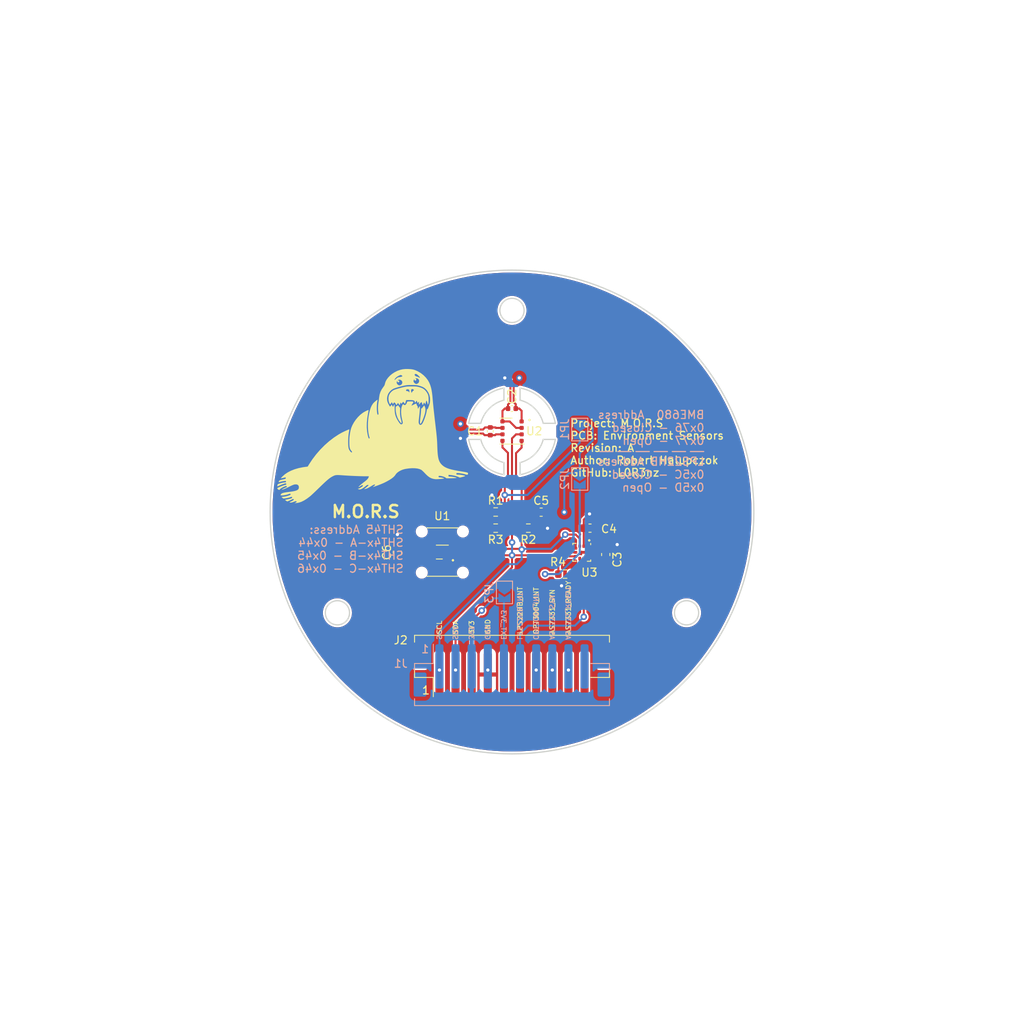
<source format=kicad_pcb>
(kicad_pcb (version 20221018) (generator pcbnew)
  (title_block (title "Enviroment Sensors") (date "2023-08-05") (rev "A"))
  (layers (0 "F.Cu" signal) (31 "B.Cu" signal) (34 "B.Paste" user) (35 "F.Paste" user) (36 "B.SilkS" user "B.Silkscreen") (37 "F.SilkS" user "F.Silkscreen") (38 "B.Mask" user) (39 "F.Mask" user) (44 "Edge.Cuts" user))
  (net 0 "")
  (net 1 "+3.3V")
  (net 2 "GND")
  (net 3 "I2C_SCL")
  (net 4 "I2C_SDA")
  (net 5 "LPS22HB_INT")
  (net 6 "Net-(JP1-B)")
  (net 7 "Net-(JP2-B)")
  (net 8 "EXT_3V3")
  (net 9 "EXT_OPT3004_INT")
  (net 10 "EXT_AS7331_SYN")
  (net 11 "EXT_AS7331_READY")
  (footprint "FIL_SF2_FILTER_CAP:FIL_SF2_FILTER_CAP" (layer "F.Cu") (at 126.655 90.5)
    (fp_text reference "FL1" hide)
    (fp_text value "Sht45 Filter" hide)
  )
  (footprint "Package_LGA:ST_HLGA-10_2x2mm_P0.5mm_LayoutBorder3x2y" (layer "F.Cu") (at 143.945 90.53 -90)
    (fp_text reference "U3")
    (fp_text value "LPS22HB")
  )
  (footprint "Connector_JST:JST_PH_B10B-PH-SM4-TB_1x10-1MP_P2.00mm_Vertical" (layer "F.Cu") (at 135.294999 105.185407)
    (fp_text reference "J2")
    (fp_text value "Conn_01x10_Pin")
  )
  (footprint "Capacitor_SMD:C_0603_1608Metric" (layer "F.Cu") (at 138.915 85.55)
    (fp_text reference "C5")
    (fp_text value "100n")
  )
  (footprint "Capacitor_SMD:C_0603_1608Metric" (layer "F.Cu") (at 144.97 87.53)
    (fp_text reference "C4")
    (fp_text value "4.7uF")
  )
  (footprint "Capacitor_SMD:C_0603_1608Metric" (layer "F.Cu") (at 146.92 90.805 -90)
    (fp_text reference "C3")
    (fp_text value "100n")
  )
  (footprint "Capacitor_SMD:C_0402_1005Metric" (layer "F.Cu") (at 135.28 72.7)
    (fp_text reference "C2")
    (fp_text value "100n")
  )
  (footprint "Resistor_SMD:R_0603_1608Metric" (layer "F.Cu") (at 133.27 87.53 180)
    (fp_text reference "R3")
    (fp_text value "4.7k")
  )
  (footprint "Resistor_SMD:R_0603_1608Metric" (layer "F.Cu") (at 133.27 85.53)
    (fp_text reference "R1")
    (fp_text value "10k")
  )
  (footprint "Package_LGA:Bosch_LGA-8_3x3mm_P0.8mm_ClockwisePinNumbering" (layer "F.Cu") (at 135.3 75.5 -90)
    (fp_text reference "U2")
    (fp_text value "BME680")
  )
  (footprint "Capacitor_SMD:C_0603_1608Metric" (layer "F.Cu") (at 121.08 90.525 -90)
    (fp_text reference "C6")
    (fp_text value "100n")
  )
  (footprint "Resistor_SMD:R_0603_1608Metric" (layer "F.Cu") (at 137.32 87.53 180)
    (fp_text reference "R2")
    (fp_text value "4.7k")
  )
  (footprint "Resistor_SMD:R_0603_1608Metric" (layer "F.Cu") (at 141.87 93.23 180)
    (fp_text reference "R4")
    (fp_text value "10k")
  )
  (footprint "Sensor_Humidity:Sensirion_DFN-4_1.5x1.5mm_P0.8mm_SHT4x_NoCentralPad" (layer "F.Cu") (at 126.655 90.5 180)
    (fp_text reference "U1")
    (fp_text value "SHT4x")
  )
  (footprint "Capacitor_SMD:C_0402_1005Metric" (layer "F.Cu") (at 132.6 75.52 90)
    (fp_text reference "C1")
    (fp_text value "100n")
  )
  (footprint "MORS_logo:MORS_logo" (layer "F.Cu") (at 123.155 80.04)
    (fp_text reference "REF**")
    (fp_text value "MORS_logo" hide)
  )
  (footprint "Jumper:SolderJumper-2_P1.3mm_Open_TrianglePad1.0x1.5mm" (layer "B.Cu") (at 134.36 95.504 -90)
    (fp_text reference "JP3")
    (fp_text value "SolderJumper_2_Open" hide)
  )
  (footprint "Jumper:SolderJumper-2_P1.3mm_Open_TrianglePad1.0x1.5mm" (layer "B.Cu") (at 143.695 75.305 -90)
    (fp_text reference "JP1")
    (fp_text value "SolderJumper_2_Open" hide)
  )
  (footprint "Connector_JST:JST_PH_B10B-PH-SM4-TB_1x10-1MP_P2.00mm_Vertical" (layer "B.Cu") (at 135.295 105.18)
    (fp_text reference "J1")
    (fp_text value "Conn_01x10_Pin")
  )
  (footprint "Jumper:SolderJumper-2_P1.3mm_Open_TrianglePad1.0x1.5mm" (layer "B.Cu") (at 143.695 81.43 -90)
    (fp_text reference "JP2")
    (fp_text value "SolderJumper_2_Open" hide)
  )
  (gr_line (start 159.07 78.03) (end 145.62 78.03) (stroke (width 0.15) (type dash)) (layer "B.SilkS"))
  (gr_line locked (start 139.167983 74.53) (end 140.667983 74.53) (stroke (width 0.16)) (layer "Edge.Cuts"))
  (gr_line locked (start 131.422017 74.53) (end 129.922017 74.53) (stroke (width 0.16)) (layer "Edge.Cuts"))
  (gr_line locked (start 136.295 79.402983) (end 136.295 80.902983) (stroke (width 0.16)) (layer "Edge.Cuts"))
  (gr_arc locked (start 134.295 79.402983) (mid 132.466573 78.358427) (end 131.422017 76.53) (stroke (width 0.16)) (layer "Edge.Cuts"))
  (gr_circle locked (center 135.295 85.53) (end 165.295 85.53) (stroke (width 0.16)) (fill none) (layer "Edge.Cuts"))
  (gr_arc locked (start 131.422017 74.53) (mid 132.466573 72.701573) (end 134.295 71.657017) (stroke (width 0.16)) (layer "Edge.Cuts"))
  (gr_circle locked (center 113.644365 98.03) (end 112.144365 98.03) (stroke (width 0.16)) (fill none) (layer "Edge.Cuts"))
  (gr_line locked (start 131.422017 76.53) (end 129.922017 76.53) (stroke (width 0.16)) (layer "Edge.Cuts"))
  (gr_arc locked (start 129.922017 74.53) (mid 131.430485 71.665485) (end 134.295 70.157017) (stroke (width 0.16)) (layer "Edge.Cuts"))
  (gr_line locked (start 134.295 71.657017) (end 134.295 70.157017) (stroke (width 0.16)) (layer "Edge.Cuts"))
  (gr_circle locked (center 135.295 60.53) (end 133.795 60.53) (stroke (width 0.16)) (fill none) (layer "Edge.Cuts"))
  (gr_arc locked (start 139.167983 76.53) (mid 138.123427 78.358427) (end 136.295 79.402983) (stroke (width 0.16)) (layer "Edge.Cuts"))
  (gr_arc locked (start 136.295 70.157017) (mid 139.159515 71.665485) (end 140.667983 74.53) (stroke (width 0.16)) (layer "Edge.Cuts"))
  (gr_arc locked (start 140.667983 76.53) (mid 139.159515 79.394515) (end 136.295 80.902983) (stroke (width 0.16)) (layer "Edge.Cuts"))
  (gr_line locked (start 136.295 71.657017) (end 136.295 70.157017) (stroke (width 0.16)) (layer "Edge.Cuts"))
  (gr_arc locked (start 134.295 80.902983) (mid 131.430485 79.394515) (end 129.922017 76.53) (stroke (width 0.16)) (layer "Edge.Cuts"))
  (gr_line locked (start 139.167983 76.53) (end 140.667983 76.53) (stroke (width 0.16)) (layer "Edge.Cuts"))
  (gr_arc locked (start 136.295 71.657017) (mid 138.123427 72.701573) (end 139.167983 74.53) (stroke (width 0.16)) (layer "Edge.Cuts"))
  (gr_line locked (start 134.295 79.402983) (end 134.295 80.902983) (stroke (width 0.16)) (layer "Edge.Cuts"))
  (gr_circle locked (center 156.945635 98.03) (end 155.445635 98.03) (stroke (width 0.16)) (fill none) (layer "Edge.Cuts"))
  (gr_text "SDA" (at 127.895 101.43 270) (layer "B.SilkS") (effects (font (size 0.6 0.6) (thickness 0.1) bold) (justify left bottom mirror)))
  (gr_text "AS7331_READY" (at 141.895 101.43 270) (layer "B.SilkS") (effects (font (size 0.6 0.6) (thickness 0.1) bold) (justify left bottom mirror)))
  (gr_text "LPS22HB Address\n0x5C - Closed\n0x5D - Open" (at 159.245 83.08) (layer "B.SilkS") (effects (font (size 1 1)) (justify left bottom mirror)))
  (gr_text "LPS22HB_INT" (at 135.895 101.43 270) (layer "B.SilkS") (effects (font (size 0.6 0.6) (thickness 0.1) bold) (justify left bottom mirror)))
  (gr_text "SCL" (at 125.895 101.43 270) (layer "B.SilkS") (effects (font (size 0.6 0.6) (thickness 0.1) bold) (justify left bottom mirror)))
  (gr_text "3V3" (at 129.895 101.43 270) (layer "B.SilkS") (effects (font (size 0.6 0.6) (thickness 0.1) bold) (justify left bottom mirror)))
  (gr_text "BME680  Address\n0x76 - Closed \n0x77 - Open" (at 159.245 77.28) (layer "B.SilkS") (effects (font (size 1 1)) (justify left bottom mirror)))
  (gr_text "GND" (at 131.895 101.43 270) (layer "B.SilkS") (effects (font (size 0.6 0.6) (thickness 0.1) bold) (justify left bottom mirror)))
  (gr_text "AS7331_SYN" (at 139.895 101.43 270) (layer "B.SilkS") (effects (font (size 0.6 0.6) (thickness 0.1) bold) (justify left bottom mirror)))
  (gr_text "OPT3004_INT" (at 137.895 101.43 270) (layer "B.SilkS") (effects (font (size 0.6 0.6) (thickness 0.1) bold) (justify left bottom mirror)))
  (gr_text "EXT_3V3" (at 133.895 101.43 270) (layer "B.SilkS") (effects (font (size 0.6 0.6) (thickness 0.1) bold) (justify left bottom mirror)))
  (gr_text "1" (at 125.095 103.125) (layer "B.SilkS") (effects (font (size 1 1)) (justify left bottom mirror)))
  (gr_text "SHT45 Address:\nSHT4x-A - 0x44\nSHT4x-B - 0x45\nSHT4x-C - 0x46" (at 121.945 93.13) (layer "B.SilkS") (effects (font (size 1 1)) (justify left bottom mirror)))
  (gr_text "GND" (at 132.645 100.73 90) (layer "F.SilkS") (effects (font (size 0.6 0.6) (thickness 0.1) bold) (justify left bottom)))
  (gr_text "AS7331_SYN" (at 140.645 100.73 90) (layer "F.SilkS") (effects (font (size 0.6 0.6) (thickness 0.1) bold) (justify left bottom)))
  (gr_text "LPS22HB_INT" (at 136.645 100.73 90) (layer "F.SilkS") (effects (font (size 0.6 0.6) (thickness 0.1) bold) (justify left bottom)))
  (gr_text "OPT3004_INT" (at 138.645 100.73 90) (layer "F.SilkS") (effects (font (size 0.6 0.6) (thickness 0.1) bold) (justify left bottom)))
  (gr_text "." (at 137.1 74.3) (layer "F.SilkS") (effects (font (size 1 1) (thickness 0.2) bold) (justify left bottom)))
  (gr_text "1" (at 124.045 108.23) (layer "F.SilkS") (effects (font (size 1 1)) (justify left bottom)))
  (gr_text "M.O.R.S" (at 112.776 86.36) (layer "F.SilkS") (effects (font (size 1.5 1.5) (thickness 0.3) bold) (justify left bottom)))
  (gr_text "SDA" (at 128.645 100.73 90) (layer "F.SilkS") (effects (font (size 0.6 0.6) (thickness 0.1) bold) (justify left bottom)))
  (gr_text "." (at 145.055 89.42 90) (layer "F.SilkS") (effects (font (size 1 1) (thickness 0.2) bold) (justify left bottom)))
  (gr_text "." (at 127.6 91.7) (layer "F.SilkS") (effects (font (size 1 1) (thickness 0.2) bold) (justify left bottom)))
  (gr_text "AS7331_READY" (at 142.645 100.73 90) (layer "F.SilkS") (effects (font (size 0.6 0.6) (thickness 0.1) bold) (justify left bottom)))
  (gr_text "3V3" (at 130.645 100.73 90) (layer "F.SilkS") (effects (font (size 0.6 0.6) (thickness 0.1) bold) (justify left bottom)))
  (gr_text "Project: M.O.R.S\nPCB: Environment Sensors\nRevision: A\nAuthor: Robert Halupczok\nGitHub: L0R3nz\n" (at 142.45 81.2) (layer "F.SilkS") (effects (font (size 0.95 0.95) (thickness 0.16)) (justify left bottom)))
  (gr_text "SCL" (at 126.645 100.73 90) (layer "F.SilkS") (effects (font (size 0.6 0.6) (thickness 0.1) bold) (justify left bottom)))
  (segment (start 122.4 90.1) (end 122.05 89.75) (width 0.25) (layer "F.Cu") (net 1))
  (segment (start 125.955 90.1) (end 122.4 90.1) (width 0.25) (layer "F.Cu") (net 1))
  (segment (start 132.8 84.325) (end 132.445 84.68) (width 0.25) (layer "F.Cu") (net 1))
  (segment (start 138.145 87.53) (end 139.68 87.53) (width 0.25) (layer "F.Cu") (net 1))
  (segment (start 138.14 85.55) (end 138.14 87.525) (width 0.25) (layer "F.Cu") (net 1))
  (segment (start 142.695 93.23) (end 143.3075 93.23) (width 0.25) (layer "F.Cu") (net 1))
  (segment (start 131.9 76) (end 131.7 75.8) (width 0.25) (layer "F.Cu") (net 1))
  (segment (start 144.195 87.53) (end 144.195 86.485) (width 0.25) (layer "F.Cu") (net 1))
  (segment (start 132.6 76) (end 131.9 76) (width 0.25) (layer "F.Cu") (net 1))
  (segment (start 122.05 89.75) (end 121.08 89.75) (width 0.25) (layer "F.Cu") (net 1))
  (segment (start 134.4 72.7) (end 134.8 72.7) (width 0.25) (layer "F.Cu") (net 1))
  (segment (start 134.8 72.2) (end 135.1 71.9) (width 0.25) (layer "F.Cu") (net 1))
  (segment (start 132.8 83.43) (end 132.8 84.325) (width 0.25) (layer "F.Cu") (net 1))
  (segment (start 134.1125 74.3) (end 134.1125 72.9875) (width 0.25) (layer "F.Cu") (net 1))
  (segment (start 143.3075 93.23) (end 143.695 92.8425) (width 0.25) (layer "F.Cu") (net 1))
  (segment (start 132.445 84.68) (end 132.445 85.53) (width 0.25) (layer "F.Cu") (net 1))
  (segment (start 147.88 90.03) (end 148.34 89.57) (width 0.25) (layer "F.Cu") (net 1))
  (segment (start 135.1 69.2) (end 134.8 68.9) (width 0.25) (layer "F.Cu") (net 1))
  (segment (start 144.195 86.485) (end 144.91 85.77) (width 0.25) (layer "F.Cu") (net 1))
  (segment (start 142.695 94.165) (end 142.695 93.23) (width 0.25) (layer "F.Cu") (net 1))
  (segment (start 131.7 75.8) (end 129.3 75.8) (width 0.25) (layer "F.Cu") (net 1))
  (segment (start 139.68 87.53) (end 139.7 87.55) (width 0.25) (layer "F.Cu") (net 1))
  (segment (start 134.8 72.7) (end 134.8 72.2) (width 0.25) (layer "F.Cu") (net 1))
  (segment (start 146.92 90.03) (end 147.88 90.03) (width 0.25) (layer "F.Cu") (net 1))
  (segment (start 136.4875 75.1) (end 135.8 75.1) (width 0.25) (layer "F.Cu") (net 1))
  (segment (start 132.445 87.53) (end 132.445 85.53) (width 0.25) (layer "F.Cu") (net 1))
  (segment (start 144.195 89.7675) (end 144.195 87.53) (width 0.25) (layer "F.Cu") (net 1))
  (segment (start 135.8 75.1) (end 135 74.3) (width 0.25) (layer "F.Cu") (net 1))
  (segment (start 121.08 89.75) (end 121.08 88.32) (width 0.25) (layer "F.Cu") (net 1))
  (segment (start 135.1 71.9) (end 135.1 69.2) (width 0.25) (layer "F.Cu") (net 1))
  (segment (start 134.1125 72.9875) (end 134.4 72.7) (width 0.25) (layer "F.Cu") (net 1))
  (segment (start 141.44 94.68) (end 142.18 94.68) (width 0.25) (layer "F.Cu") (net 1))
  (segment (start 135 74.3) (end 134.1125 74.3) (width 0.25) (layer "F.Cu") (net 1))
  (segment (start 138.14 87.525) (end 138.145 87.53) (width 0.25) (layer "F.Cu") (net 1))
  (segment (start 144.7075 90.03) (end 146.92 90.03) (width 0.25) (layer "F.Cu") (net 1))
  (segment (start 128.9 76.2) (end 128.9 76.4) (width 0.25) (layer "F.Cu") (net 1))
  (segment (start 129.3 75.8) (end 128.9 76.2) (width 0.25) (layer "F.Cu") (net 1))
  (segment (start 142.18 94.68) (end 142.695 94.165) (width 0.25) (layer "F.Cu") (net 1))
  (segment (start 132.6 76) (end 133.2 76) (width 0.25) (layer "F.Cu") (net 1))
  (segment (start 143.695 92.8425) (end 143.695 91.2925) (width 0.25) (layer "F.Cu") (net 1))
  (segment (start 133.3 75.9) (end 134.1125 75.9) (width 0.25) (layer "F.Cu") (net 1))
  (segment (start 134.8 68.9) (end 134.4 68.9) (width 0.25) (layer "F.Cu") (net 1))
  (segment (start 133.2 76) (end 133.3 75.9) (width 0.25) (layer "F.Cu") (net 1))
  (via (at 121.08 88.32) (size 0.8) (drill 0.4) (layers "F.Cu" "B.Cu") (net 1))
  (via (at 148.34 89.57) (size 0.8) (drill 0.4) (layers "F.Cu" "B.Cu") (net 1))
  (via (at 139.7 87.55) (size 0.8) (drill 0.4) (layers "F.Cu" "B.Cu") (net 1))
  (via (at 134.4 68.9) (size 0.8) (drill 0.4) (layers "F.Cu" "B.Cu") (net 1))
  (via (at 128.9 76.4) (size 0.8) (drill 0.4) (layers "F.Cu" "B.Cu") (net 1))
  (via (at 144.91 85.77) (size 0.8) (drill 0.4) (layers "F.Cu" "B.Cu") (net 1))
  (via (at 132.8 83.43) (size 0.8) (drill 0.4) (layers "F.Cu" "B.Cu") (net 1))
  (via (at 141.44 94.68) (size 0.8) (drill 0.4) (layers "F.Cu" "B.Cu") (net 1))
  (segment (start 131.96 75.04) (end 132.6 75.04) (width 0.25) (layer "F.Cu") (net 2))
  (segment (start 128.9 74.6) (end 128.9 74.9) (width 0.25) (layer "F.Cu") (net 2))
  (segment (start 132.6 75.04) (end 133.24 75.04) (width 0.25) (layer "F.Cu") (net 2))
  (segment (start 136.4875 72.9875) (end 136.2 72.7) (width 0.25) (layer "F.Cu") (net 2))
  (segment (start 129.3 75.3) (end 131.7 75.3) (width 0.25) (layer "F.Cu") (net 2))
  (segment (start 135.76 72.16) (end 135.76 72.7) (width 0.25) (layer "F.Cu") (net 2))
  (segment (start 136.2 72.7) (end 135.76 72.7) (width 0.25) (layer "F.Cu") (net 2))
  (segment (start 136.2 68.9) (end 135.8 68.9) (width 0.25) (layer "F.Cu") (net 2))
  (segment (start 135.5 69.2) (end 135.5 71.9) (width 0.25) (layer "F.Cu") (net 2))
  (segment (start 133.24 75.04) (end 133.3 75.1) (width 0.25) (layer "F.Cu") (net 2))
  (segment (start 135.5 71.9) (end 135.76 72.16) (width 0.25) (layer "F.Cu") (net 2))
  (segment (start 135.8 68.9) (end 135.5 69.2) (width 0.25) (layer "F.Cu") (net 2))
  (segment (start 131.7 75.3) (end 131.96 75.04) (width 0.25) (layer "F.Cu") (net 2))
  (segment (start 136.4875 74.3) (end 136.4875 72.9875) (width 0.25) (layer "F.Cu") (net 2))
  (segment (start 133.3 75.1) (end 134.1125 75.1) (width 0.25) (layer "F.Cu") (net 2))
  (segment (start 128.9 74.9) (end 129.3 75.3) (width 0.25) (layer "F.Cu") (net 2))
  (via (at 141.775 85.55) (size 0.8) (drill 0.4) (layers "F.Cu" "B.Cu") (net 2))
  (via (at 132.295 105.13) (size 0.8) (drill 0.4) (layers "F.Cu" "B.Cu") (net 2))
  (via (at 136.2 68.9) (size 0.8) (drill 0.4) (layers "F.Cu" "B.Cu") (net 2))
  (via (at 128.9 74.6) (size 0.8) (drill 0.4) (layers "F.Cu" "B.Cu") (net 2))
  (segment (start 143.695 78.255) (end 145.295 76.655) (width 0.25) (layer "B.Cu") (net 2))
  (segment (start 145.295 76.655) (end 145.295 75.13) (width 0.25) (layer "B.Cu") (net 2))
  (segment (start 144.745 74.58) (end 143.695 74.58) (width 0.25) (layer "B.Cu") (net 2))
  (segment (start 143.695 79.05) (end 143.695 80.705) (width 0.25) (layer "B.Cu") (net 2))
  (segment (start 141.775 81.275) (end 141.775 85.55) (width 0.25) (layer "B.Cu") (net 2))
  (segment (start 143.695 80.705) (end 142.345 80.705) (width 0.25) (layer "B.Cu") (net 2))
  (segment (start 145.295 75.13) (end 144.745 74.58) (width 0.25) (layer "B.Cu") (net 2))
  (segment (start 142.345 80.705) (end 141.775 81.275) (width 0.25) (layer "B.Cu") (net 2))
  (segment (start 143.695 79.05) (end 143.695 78.255) (width 0.25) (layer "B.Cu") (net 2))
  (segment (start 136.495 90.1705) (end 136.5 90.1755) (width 0.25) (layer "F.Cu") (net 3))
  (segment (start 135.795 81.395) (end 136.495 82.095) (width 0.25) (layer "F.Cu") (net 3))
  (segment (start 136.4875 77.5375) (end 135.795 78.23) (width 0.25) (layer "F.Cu") (net 3))
  (segment (start 143.195 88.33) (end 141.895 88.33) (width 0.25) (layer "F.Cu") (net 3))
  (segment (start 136.495 87.53) (end 136.495 90.1705) (width 0.25) (layer "F.Cu") (net 3))
  (segment (start 136.4245 90.1) (end 136.5 90.1755) (width 0.25) (layer "F.Cu") (net 3))
  (segment (start 136.4875 76.7) (end 136.4875 77.5375) (width 0.25) (layer "F.Cu") (net 3))
  (segment (start 143.695 88.83) (end 143.195 88.33) (width 0.25) (layer "F.Cu") (net 3))
  (segment (start 143.695 89.7675) (end 143.695 88.83) (width 0.25) (layer "F.Cu") (net 3))
  (segment (start 135.795 78.23) (end 135.795 81.395) (width 0.25) (layer "F.Cu") (net 3))
  (segment (start 127.355 90.1) (end 136.4245 90.1) (width 0.25) (layer "F.Cu") (net 3))
  (segment (start 136.495 82.095) (end 136.495 87.53) (width 0.25) (layer "F.Cu") (net 3))
  (via (at 141.895 88.33) (size 0.8) (drill 0.4) (layers "F.Cu" "B.Cu") (net 3))
  (via (at 126.295 105.13) (size 0.8) (drill 0.4) (layers "F.Cu" "B.Cu") (net 3))
  (via (at 136.5 90.1755) (size 0.8) (drill 0.4) (layers "F.Cu" "B.Cu") (net 3))
  (segment (start 136.5 90.1755) (end 136.5 91.4) (width 0.25) (layer "B.Cu") (net 3))
  (segment (start 135.9 92) (end 134.7 92) (width 0.25) (layer "B.Cu") (net 3))
  (segment (start 134.7 92) (end 126.295 100.405) (width 0.25) (layer "B.Cu") (net 3))
  (segment (start 126.295 100.405) (end 126.295 105.13) (width 0.25) (layer "B.Cu") (net 3))
  (segment (start 140.125 90.1) (end 141.895 88.33) (width 0.25) (layer "B.Cu") (net 3))
  (segment (start 136.5 90.1755) (end 136.5755 90.1) (width 0.25) (layer "B.Cu") (net 3))
  (segment (start 136.5 91.4) (end 135.9 92) (width 0.25) (layer "B.Cu") (net 3))
  (segment (start 136.5755 90.1) (end 140.125 90.1) (width 0.25) (layer "B.Cu") (net 3))
  (segment (start 140.4 90.9) (end 135.3 90.9) (width 0.25) (layer "F.Cu") (net 4))
  (segment (start 143.1825 90.53) (end 140.77 90.53) (width 0.25) (layer "F.Cu") (net 4))
  (segment (start 135.295 76.405) (end 135.295 87.5) (width 0.25) (layer "F.Cu") (net 4))
  (segment (start 135.8 75.9) (end 135.295 76.405) (width 0.25) (layer "F.Cu") (net 4))
  (segment (start 140.77 90.53) (end 140.4 90.9) (width 0.25) (layer "F.Cu") (net 4))
  (segment (start 127.355 90.9) (end 135.3 90.9) (width 0.25) (layer "F.Cu") (net 4))
  (segment (start 128.295 105.13) (end 128.295 99.405) (width 0.25) (layer "F.Cu") (net 4))
  (segment (start 134.125 87.5) (end 135.295 87.5) (width 0.25) (layer "F.Cu") (net 4))
  (segment (start 135.295 87.5) (end 135.295 89.295) (width 0.25) (layer "F.Cu") (net 4))
  (segment (start 136.4875 75.9) (end 135.8 75.9) (width 0.25) (layer "F.Cu") (net 4))
  (segment (start 135.3 92.4) (end 135.3 90.9) (width 0.25) (layer "F.Cu") (net 4))
  (segment (start 135.295 89.295) (end 135.3 89.3) (width 0.25) (layer "F.Cu") (net 4))
  (segment (start 128.295 99.405) (end 135.3 92.4) (width 0.25) (layer "F.Cu") (net 4))
  (via (at 128.295 105.13) (size 0.8) (drill 0.4) (layers "F.Cu" "B.Cu") (net 4))
  (via (at 135.3 89.3) (size 0.8) (drill 0.4) (layers "F.Cu" "B.Cu") (net 4))
  (via (at 135.3 90.9) (size 0.8) (drill 0.4) (layers "F.Cu" "B.Cu") (net 4))
  (segment (start 135.3 90.9) (end 135.3 89.3) (width 0.25) (layer "B.Cu") (net 4))
  (segment (start 144.195 91.2925) (end 144.195 98.53) (width 0.25) (layer "F.Cu") (net 5))
  (via (at 144.195 98.53) (size 0.8) (drill 0.4) (layers "F.Cu" "B.Cu") (net 5))
  (segment (start 137.295 99.63) (end 136.295 100.63) (width 0.25) (layer "B.Cu") (net 5))
  (segment (start 143.095 99.63) (end 137.295 99.63) (width 0.25) (layer "B.Cu") (net 5))
  (segment (start 144.195 98.53) (end 143.095 99.63) (width 0.25) (layer "B.Cu") (net 5))
  (segment (start 136.295 100.63) (end 136.295 104.68) (width 0.25) (layer "B.Cu") (net 5))
  (segment (start 134.4 83.42) (end 134.4 81.85) (width 0.25) (layer "F.Cu") (net 6))
  (segment (start 134.4 84.35) (end 134.4 83.42) (width 0.25) (layer "F.Cu") (net 6))
  (segment (start 134.095 84.655) (end 134.4 84.35) (width 0.25) (layer "F.Cu") (net 6))
  (segment (start 134.4 81.85) (end 134.795 81.455) (width 0.25) (layer "F.Cu") (net 6))
  (segment (start 134.1125 77.5175) (end 134.1125 76.7) (width 0.25) (layer "F.Cu") (net 6))
  (segment (start 134.095 85.53) (end 134.095 84.655) (width 0.25) (layer "F.Cu") (net 6))
  (segment (start 134.795 81.455) (end 134.795 78.2) (width 0.25) (layer "F.Cu") (net 6))
  (segment (start 134.795 78.2) (end 134.1125 77.5175) (width 0.25) (layer "F.Cu") (net 6))
  (via (at 134.4 83.42) (size 0.8) (drill 0.4) (layers "F.Cu" "B.Cu") (net 6))
  (segment (start 134.4 83.42) (end 137.205 83.42) (width 0.25) (layer "B.Cu") (net 6))
  (segment (start 137.205 83.42) (end 143.695 76.93) (width 0.25) (layer "B.Cu") (net 6))
  (segment (start 143.695 76.93) (end 143.695 76.03) (width 0.25) (layer "B.Cu") (net 6))
  (segment (start 139.395 93.23) (end 141.045 93.23) (width 0.25) (layer "F.Cu") (net 7))
  (segment (start 141.995 91.03) (end 143.1825 91.03) (width 0.25) (layer "F.Cu") (net 7))
  (segment (start 141.045 93.23) (end 141.045 91.98) (width 0.25) (layer "F.Cu") (net 7))
  (segment (start 141.045 91.98) (end 141.995 91.03) (width 0.25) (layer "F.Cu") (net 7))
  (via (at 139.395 93.23) (size 0.8) (drill 0.4) (layers "F.Cu" "B.Cu") (net 7))
  (segment (start 143.695 90.63) (end 141.095 93.23) (width 0.25) (layer "B.Cu") (net 7))
  (segment (start 143.695 82.155) (end 143.695 90.63) (width 0.25) (layer "B.Cu") (net 7))
  (segment (start 141.095 93.23) (end 139.395 93.23) (width 0.25) (layer "B.Cu") (net 7))
  (segment (start 130.294999 98.995001) (end 130.294999 105.685407) (width 0.25) (layer "F.Cu") (net 8))
  (segment (start 131.536 97.754) (end 130.294999 98.995001) (width 0.25) (layer "F.Cu") (net 8))
  (via (at 131.536 97.754) (size 0.8) (drill 0.4) (layers "F.Cu" "B.Cu") (net 8))
  (segment (start 133.061 96.229) (end 131.536 97.754) (width 0.25) (layer "B.Cu") (net 8))
  (segment (start 134.36 96.229) (end 133.061 96.229) (width 0.25) (layer "B.Cu") (net 8))
  (segment (start 134.295 104.68) (end 134.295 96.294) (width 0.25) (layer "B.Cu") (net 8))
  (via (at 138.295 105.13) (size 0.8) (drill 0.4) (layers "F.Cu" "B.Cu") (net 9))
  (via (at 140.295 105.13) (size 0.8) (drill 0.4) (layers "F.Cu" "B.Cu") (net 10))
  (via (at 142.295 105.13) (size 0.8) (drill 0.4) (layers "F.Cu" "B.Cu") (net 11))
  (zone (net 2) (net_name "GND") (layer "F.Cu") (connect_pads (clearance 0.1524)) (min_thickness 0.1524) (fill yes (thermal_gap 0.508) (thermal_bridge_width 0.508))
    (polygon (pts (xy 84.495 34.73) (xy 186.095 34.73) (xy 186.095 136.33) (xy 84.495 136.33)))
  )
  (zone (net 0) (net_name "") (layers "F&B.Cu") (connect_pads (clearance 0)) (min_thickness 0.25)
    (keepout (tracks allowed) (vias allowed) (pads allowed) (copperpour not_allowed) (footprints allowed))
    (fill (thermal_gap 0.5) (thermal_bridge_width 0.5))
    (polygon (pts (xy 129.895 74.53) (xy 129.895 76.53) (xy 134.295 80.93) (xy 136.395 80.93) (xy 140.795 76.53) (xy 140.795 74.53) (xy 136.295 70.03) (xy 134.295 70.03)))
  )
  (zone (net 1) (net_name "+3.3V") (layer "B.Cu") (priority 1) (connect_pads (clearance 0.5)) (min_thickness 0.25) (fill yes (thermal_gap 0.5) (thermal_bridge_width 0.5))
    (polygon (pts (xy 71.795 22.03) (xy 198.795 22.03) (xy 198.795 149.03) (xy 71.795 149.03)))
  )
)
</source>
